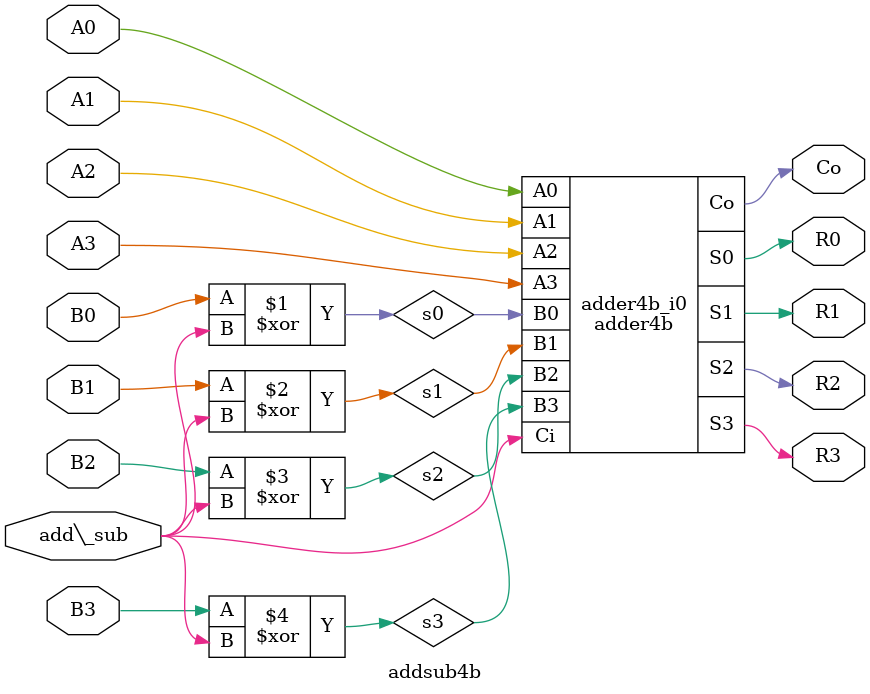
<source format=v>
/*
 * Generated by Digital. Don't modify this file!
 * Any changes will be lost if this file is regenerated.
 */

module sum (
  input A,
  input B,
  input Ci,
  output S
);
  assign S = ((A ^ B) ^ Ci);
endmodule

module carryout (
  input A,
  input B,
  input Ci,
  output Co
);
  assign Co = ((A & B) | (B & Ci) | (A & Ci));
endmodule

module fulladder (
  input A,
  input Ci,
  input B,
  output S,
  output Co
);
  sum sum_i0 (
    .A( A ),
    .B( B ),
    .Ci( Ci ),
    .S( S )
  );
  carryout carryout_i1 (
    .A( A ),
    .B( B ),
    .Ci( Ci ),
    .Co( Co )
  );
endmodule

module adder4b (
  input A0,
  input A1,
  input A2,
  input A3,
  input B0,
  input B1,
  input B2,
  input B3,
  input Ci,
  output S0,
  output S1,
  output S2,
  output S3,
  output Co
);
  wire s4;
  wire s5;
  wire s6;
  fulladder fulladder_i0 (
    .A( A0 ),
    .Ci( Ci ),
    .B( B0 ),
    .S( S0 ),
    .Co( s4 )
  );
  fulladder fulladder_i1 (
    .A( A1 ),
    .Ci( s4 ),
    .B( B1 ),
    .S( S1 ),
    .Co( s5 )
  );
  fulladder fulladder_i2 (
    .A( A2 ),
    .Ci( s5 ),
    .B( B2 ),
    .S( S2 ),
    .Co( s6 )
  );
  fulladder fulladder_i3 (
    .A( A3 ),
    .Ci( s6 ),
    .B( B3 ),
    .S( S3 ),
    .Co( Co )
  );
endmodule

module addsub4b (
  input \add\_sub ,
  input A3,
  input A2,
  input A1,
  input A0,
  input B3,
  input B2,
  input B1,
  input B0,
  output Co,
  output R3,
  output R2,
  output R1,
  output R0
);
  wire s0;
  wire s1;
  wire s2;
  wire s3;
  assign s0 = (B0 ^ \add\_sub );
  assign s1 = (B1 ^ \add\_sub );
  assign s2 = (B2 ^ \add\_sub );
  assign s3 = (B3 ^ \add\_sub );
  adder4b adder4b_i0 (
    .A0( A0 ),
    .A1( A1 ),
    .A2( A2 ),
    .A3( A3 ),
    .B0( s0 ),
    .B1( s1 ),
    .B2( s2 ),
    .B3( s3 ),
    .Ci( \add\_sub  ),
    .S0( R0 ),
    .S1( R1 ),
    .S2( R2 ),
    .S3( R3 ),
    .Co( Co )
  );
endmodule

</source>
